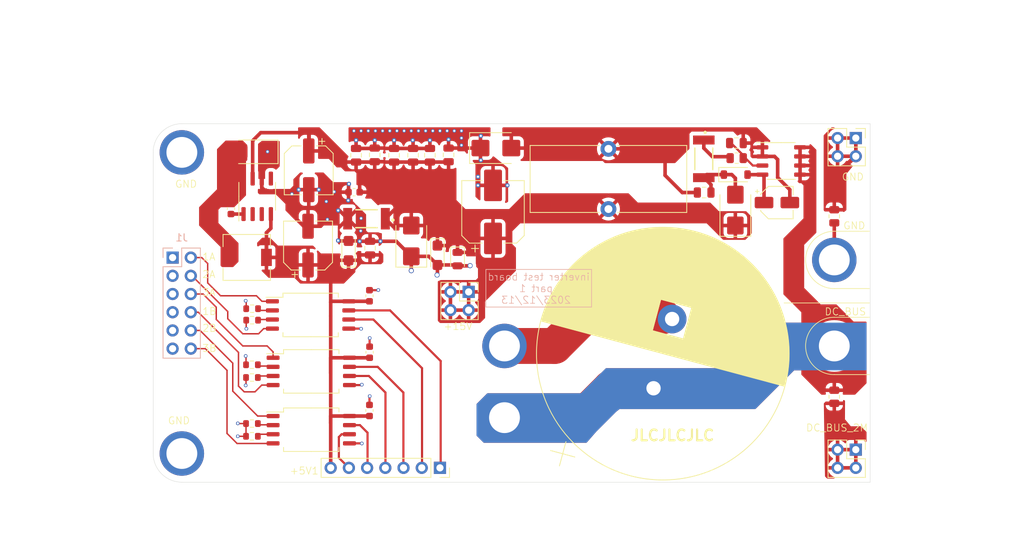
<source format=kicad_pcb>
(kicad_pcb (version 20221018) (generator pcbnew)
  (layers (0 "F.Cu" signal) (1 "In1.Cu" signal) (2 "In2.Cu" signal) (31 "B.Cu" signal) (34 "B.Paste" user) (35 "F.Paste" user) (36 "B.SilkS" user "B.Silkscreen") (37 "F.SilkS" user "F.Silkscreen") (38 "B.Mask" user) (39 "F.Mask" user) (44 "Edge.Cuts" user))
  (net 0 "")
  (net 1 "GND")
  (net 2 "+5V1")
  (net 3 "DC_BUS")
  (net 4 "/OPWM1A")
  (net 5 "/OPWM2A")
  (net 6 "/OPWM3A")
  (net 7 "/OPWM1B")
  (net 8 "/OPWM2B")
  (net 9 "/OPWM3B")
  (net 10 "Net-(D5-K)")
  (net 11 "Net-(D2-A)")
  (net 12 "Net-(D2-K)")
  (net 13 "Net-(U1-FB)")
  (net 14 "+15V1")
  (net 15 "Net-(D6-K)")
  (net 16 "Net-(U2-CB)")
  (net 17 "/PWM1A_5V")
  (net 18 "Net-(IC1-CATHODE_1)")
  (net 19 "Net-(IC1-CATHODE_2)")
  (net 20 "/PWM2A_5V")
  (net 21 "/PWM3A_5V")
  (net 22 "Net-(IC2-CATHODE_1)")
  (net 23 "Net-(IC2-CATHODE_2)")
  (net 24 "/PWM1B_5V")
  (net 25 "/PWM2B_5V")
  (net 26 "Net-(IC3-CATHODE_1)")
  (net 27 "Net-(IC3-CATHODE_2)")
  (net 28 "/PWM3B_5V")
  (net 29 "AGND")
  (net 30 "/DC_BUS_2M")
  (net 31 "/GND_2M")
  (net 32 "Net-(Z4-A)")
  (footprint "Diode_SMD:D_SOD-123" (layer "F.Cu") (at 113.25 73.1)
    (fp_text reference "D2" hide)
    (fp_text value "1N4148")
  )
  (footprint "inverter_lib:MELF_DO-213AB" (layer "F.Cu") (at 61.755 79.25 180)
    (fp_text reference "Z5" hide)
    (fp_text value "ZM4746A-GS08" hide)
  )
  (footprint "Resistor_SMD:R_0805_2012Metric" (layer "F.Cu") (at 127 78.9125 90)
    (fp_text reference "R11" hide)
    (fp_text value "2M")
  )
  (footprint "Capacitor_SMD:CP_Elec_6.3x7.7" (layer "F.Cu") (at 53.6 83 90)
    (fp_text reference "C37" hide)
    (fp_text value "330uf 16V 铝电解")
  )
  (footprint "Diode_SMD:D_SMA" (layer "F.Cu") (at 45.91 69.92 180)
    (fp_text reference "D6" hide)
    (fp_text value "1N5819 SS14")
  )
  (footprint "Capacitor_SMD:C_0805_2012Metric" (layer "F.Cu") (at 62.25 83.35 -90)
    (fp_text reference "C39" hide)
    (fp_text value "100nf")
  )
  (footprint "Package_SO:SOIC-8_3.9x4.9mm_P1.27mm" (layer "F.Cu") (at 46.51 76.13 90)
    (fp_text reference "U2" hide)
    (fp_text value "LM2675M-5.0")
  )
  (footprint "inverter_lib:M3_smt" (layer "F.Cu") (at 127 85)
    (fp_text reference "J7" hide)
    (fp_text value "Header 2")
  )
  (footprint "Resistor_SMD:R_0603_1608Metric" (layer "F.Cu") (at 45.8 93.4 180)
    (fp_text reference "R2" hide)
    (fp_text value "750R")
  )
  (footprint "Connector_PinSocket_2.54mm:PinSocket_2x02_P2.54mm_Vertical" (layer "F.Cu") (at 130 68)
    (fp_text reference "J4" hide)
    (fp_text value "Conn_01x02_Pin")
  )
  (footprint "Resistor_SMD:R_0603_1608Metric" (layer "F.Cu") (at 45.775 109.6 180)
    (fp_text reference "R9" hide)
    (fp_text value "750R")
  )
  (footprint "" (layer "F.Cu") (at 36 70)
    (fp_text reference "")
    (fp_text value "")
  )
  (footprint "Inductor_SMD:L_6.3x6.3_H3" (layer "F.Cu") (at 45.05 84.65)
    (fp_text reference "L2" hide)
    (fp_text value "330uh")
  )
  (footprint "Capacitor_SMD:C_0603_1608Metric" (layer "F.Cu") (at 62.169 89.996 -90)
    (fp_text reference "C1" hide)
    (fp_text value "100nf")
  )
  (footprint "Capacitor_SMD:C_0603_1608Metric" (layer "F.Cu") (at 60.025 75.55)
    (fp_text reference "C36" hide)
    (fp_text value "100nf")
  )
  (footprint "Inductor_THT:L_Toroid_Vertical_L21.6mm_W9.1mm_P8.40mm_Bourns_5700" (layer "F.Cu") (at 95.5 69.505)
    (fp_text reference "L1" hide)
    (fp_text value "1mH工字/3A")
  )
  (footprint "Resistor_SMD:R_0603_1608Metric" (layer "F.Cu") (at 45.775 99.622 180)
    (fp_text reference "R4" hide)
    (fp_text value "750R")
  )
  (footprint "Diode_SMD:D_SMB" (layer "F.Cu") (at 68 82.35 90)
    (fp_text reference "D4" hide)
    (fp_text value "MURS220T3")
  )
  (footprint "Connector_PinSocket_2.54mm:PinSocket_1x07_P2.54mm_Vertical" (layer "F.Cu") (at 72 114 -90)
    (fp_text reference "J2" hide)
    (fp_text value "board_1")
  )
  (footprint "Capacitor_SMD:C_0805_2012Metric" (layer "F.Cu") (at 68.25 70.4 -90)
    (fp_text reference "C29" hide)
    (fp_text value "4.7uf")
  )
  (footprint "Capacitor_Tantalum_SMD:CP_EIA-3216-18_Kemet-A" (layer "F.Cu") (at 59.25 83.7 90)
    (fp_text reference "C38" hide)
    (fp_text value "22uf 16V")
  )
  (footprint "inverter_lib:M3_smt" (layer "F.Cu") (at 127 97)
    (fp_text reference "J6" hide)
    (fp_text value "Header 2")
  )
  (footprint "Capacitor_SMD:C_0805_2012Metric" (layer "F.Cu") (at 62.9 70.35 -90)
    (fp_text reference "C31" hide)
    (fp_text value "100nf")
  )
  (footprint "inverter_lib:MELF_DO-213AB" (layer "F.Cu") (at 108.8 70.9 -90)
    (fp_text reference "Z4" hide)
    (fp_text value "13V -ZM4743" hide)
  )
  (footprint "Resistor_SMD:R_0805_2012Metric" (layer "F.Cu") (at 113.3875 70.8 180)
    (fp_text reference "R22" hide)
    (fp_text value "1k 1%")
  )
  (footprint "Diode_SMD:D_0805_2012Metric" (layer "F.Cu") (at 74.45 84.8875 -90)
    (fp_text reference "C33" hide)
    (fp_text value "100nf")
  )
  (footprint "" (layer "F.Cu") (at 81 97)
    (fp_text reference "")
    (fp_text value "")
  )
  (footprint "" (layer "F.Cu") (at 36 112)
    (fp_text reference "")
    (fp_text value "")
  )
  (footprint "Package_SO:SOP-8_3.9x4.9mm_P1.27mm" (layer "F.Cu") (at 119.6 71.2)
    (fp_text reference "U1" hide)
    (fp_text value "VIPER22A")
  )
  (footprint "Capacitor_SMD:C_0805_2012Metric" (layer "F.Cu") (at 60.3 70.4 -90)
    (fp_text reference "C32" hide)
    (fp_text value "100nf")
  )
  (footprint "Capacitor_SMD:C_0603_1608Metric" (layer "F.Cu") (at 42.85 77.825 -90)
    (fp_text reference "C34" hide)
    (fp_text value "0.01uF")
  )
  (footprint "Capacitor_SMD:C_0805_2012Metric" (layer "F.Cu") (at 113.35 68.7 180)
    (fp_text reference "C24" hide)
    (fp_text value "0.1uf")
  )
  (footprint "Resistor_SMD:R_0603_1608Metric" (layer "F.Cu") (at 45.775 101.4 180)
    (fp_text reference "R5" hide)
    (fp_text value "750R")
  )
  (footprint "Resistor_SMD:R_0805_2012Metric" (layer "F.Cu") (at 127 104.0875 -90)
    (fp_text reference "R10" hide)
    (fp_text value "2M")
  )
  (footprint "" (layer "F.Cu") (at 81 107)
    (fp_text reference "")
    (fp_text value "")
  )
  (footprint "Capacitor_Tantalum_SMD:CP_EIA-3216-18_Kemet-A" (layer "F.Cu") (at 71.65 84.35 -90)
    (fp_text reference "C28" hide)
    (fp_text value "22uf 16V")
  )
  (footprint "Capacitor_SMD:C_0805_2012Metric" (layer "F.Cu") (at 65.6 70.4 -90)
    (fp_text reference "C30" hide)
    (fp_text value "4.7uf")
  )
  (footprint "Resistor_SMD:R_0603_1608Metric" (layer "F.Cu") (at 45.8 91.8 180)
    (fp_text reference "R1" hide)
    (fp_text value "750R")
  )
  (footprint "Resistor_SMD:R_0603_1608Metric" (layer "F.Cu") (at 45.775 107.822 180)
    (fp_text reference "R8" hide)
    (fp_text value "750R")
  )
  (footprint "Capacitor_THT:CP_Radial_D35.0mm_P10.00mm_SnapIn" (layer "F.Cu") (at 101.79 102.9 75)
    (fp_text reference "C4" hide)
    (fp_text value "390uF/450V")
  )
  (footprint "Package_SO:SOIC-8_7.5x5.85mm_P1.27mm" (layer "F.Cu") (at 54.05 100.55)
    (fp_text reference "IC2" hide)
    (fp_text value "TLP2270_D4-LF4,E")
  )
  (footprint "Connector_PinSocket_2.54mm:PinSocket_2x02_P2.54mm_Vertical" (layer "F.Cu") (at 130 111.46)
    (fp_text reference "J5" hide)
    (fp_text value "Conn_01x02_Pin")
  )
  (footprint "Capacitor_SMD:CP_Elec_6.3x7.7" (layer "F.Cu") (at 53.7 72.5 -90)
    (fp_text reference "C35" hide)
    (fp_text value "100uf 25V 贴片铝电解")
  )
  (footprint "Diode_SMD:D_SMB" (layer "F.Cu") (at 79.8 69.4)
    (fp_text reference "D5" hide)
    (fp_text value "MURS220T3")
  )
  (footprint "Package_SO:SOIC-8_7.5x5.85mm_P1.27mm" (layer "F.Cu") (at 53.96 92.676)
    (fp_text reference "IC1" hide)
    (fp_text value "TLP2270_D4-LF4,E")
  )
  (footprint "Capacitor_SMD:C_0805_2012Metric" (layer "F.Cu") (at 73.2 70.35 -90)
    (fp_text reference "C25" hide)
    (fp_text value "0.1uf")
  )
  (footprint "Package_SO:SOIC-8_7.5x5.85mm_P1.27mm" (layer "F.Cu") (at 54.05 108.678)
    (fp_text reference "IC3" hide)
    (fp_text value "TLP2270_D4-LF4,E")
  )
  (footprint "Connector_PinSocket_2.54mm:PinSocket_2x02_P2.54mm_Vertical" (layer "F.Cu") (at 76 89.46)
    (fp_text reference "J12" hide)
    (fp_text value "Conn_02x02_Odd_Even")
  )
  (footprint "Capacitor_SMD:C_0603_1608Metric" (layer "F.Cu") (at 62.187 97.87 -90)
    (fp_text reference "C2" hide)
    (fp_text value "100nf")
  )
  (footprint "Capacitor_SMD:C_0805_2012Metric" (layer "F.Cu") (at 108.85 75.6)
    (fp_text reference "C22" hide)
    (fp_text value "0.1uf")
  )
  (footprint "Capacitor_SMD:CP_Elec_4x5.4" (layer "F.Cu") (at 119 77)
    (fp_text reference "C23" hide)
    (fp_text value "10uF/35V")
  )
  (footprint "Capacitor_SMD:CP_Elec_8x10.5" (layer "F.Cu") (at 79.4 78.3 90)
    (fp_text reference "C26" hide)
    (fp_text value "470uF/25V")
  )
  (footprint "Diode_SMD:D_SMB" (layer "F.Cu") (at 113.2 78.05 90)
    (fp_text reference "D3" hide)
    (fp_text value "MURS220T3")
  )
  (footprint "Capacitor_SMD:C_0603_1608Metric" (layer "F.Cu") (at 62.169 105.998 -90)
    (fp_text reference "C3" hide)
    (fp_text value "100nf")
  )
  (footprint "Capacitor_SMD:C_0805_2012Metric" (layer "F.Cu") (at 70.6 70.4 90)
    (fp_text reference "C27" hide)
    (fp_text value "100nf")
  )
  (footprint "Connector_PinSocket_2.54mm:PinSocket_2x06_P2.54mm_Vertical" (layer "B.Cu") (at 34.71 84.675 180)
    (fp_text reference "J1")
    (fp_text value "Conn_02x06_Top_Bottom")
  )
  (gr_rect (start 78.400002 86.325) (end 93.150002 91.575) (stroke (width 0.1)) (fill none) (layer "B.SilkS"))
  (gr_arc (start 127 89) (mid 123 85) (end 127 81) (stroke (width 0.1)) (layer "F.SilkS"))
  (gr_line (start 127 93) (end 131.9 93) (stroke (width 0.1)) (layer "F.SilkS"))
  (gr_line (start 127 101) (end 131.9 101) (stroke (width 0.1)) (layer "F.SilkS"))
  (gr_line (start 127 89) (end 131.9 89) (stroke (width 0.1)) (layer "F.SilkS"))
  (gr_line (start 131.9 91) (end 120 91) (stroke (width 0.1)) (layer "F.SilkS"))
  (gr_arc (start 127 101) (mid 123 97) (end 127 93) (stroke (width 0.1)) (layer "F.SilkS"))
  (gr_line (start 127 81) (end 131.9 81) (stroke (width 0.1)) (layer "F.SilkS"))
  (gr_arc (start 36 116) (mid 33.171573 114.828427) (end 32 112) (stroke (width 0.05)) (layer "Edge.Cuts"))
  (gr_line (start 132 116) (end 132 66) (stroke (width 0.05)) (layer "Edge.Cuts"))
  (gr_line (start 32 112) (end 32 70) (stroke (width 0.05)) (layer "Edge.Cuts"))
  (gr_arc (start 32 70) (mid 33.171573 67.171573) (end 36 66) (stroke (width 0.05)) (layer "Edge.Cuts"))
  (gr_line (start 36 116) (end 132 116) (stroke (width 0.05)) (layer "Edge.Cuts"))
  (gr_line (start 132 66) (end 36 66) (stroke (width 0.05)) (layer "Edge.Cuts"))
  (gr_text "inverter test board \npart 1\n2023/12/13" (at 85.400002 91.175) (layer "B.SilkS") (effects (font (size 1 1) (thickness 0.1)) (justify bottom mirror)))
  (gr_text "2B\n" (at 38.8 95.1) (layer "F.SilkS") (effects (font (size 1 1) (thickness 0.1)) (justify left bottom)))
  (gr_text "GND" (at 34 108) (layer "F.SilkS") (effects (font (size 1 1) (thickness 0.1)) (justify left bottom)))
  (gr_text "1A" (at 38.8 85.15) (layer "F.SilkS") (effects (font (size 1 1) (thickness 0.1)) (justify left bottom)))
  (gr_text "JLCJLCJLC" (at 98.45 110.35) (layer "F.SilkS") (effects (font (size 1.5 1.5) (thickness 0.3) bold) (justify left bottom)))
  (gr_text "1B\n" (at 38.8 92.75) (layer "F.SilkS") (effects (font (size 1 1) (thickness 0.1)) (justify left bottom)))
  (gr_text "DC_BUS\n" (at 125.6 92.8) (layer "F.SilkS") (effects (font (size 1 1) (thickness 0.1)) (justify left bottom)))
  (gr_text "GND" (at 128 74) (layer "F.SilkS") (effects (font (size 1 1) (thickness 0.1)) (justify left bottom)))
  (gr_text "GND" (at 35 75) (layer "F.SilkS") (effects (font (size 1 1) (thickness 0.1)) (justify left bottom)))
  (gr_text "3A" (at 38.8 90.1) (layer "F.SilkS") (effects (font (size 1 1) (thickness 0.1)) (justify left bottom)))
  (gr_text "GND" (at 128.2 80.8) (layer "F.SilkS") (effects (font (size 1 1) (thickness 0.1)) (justify left bottom)))
  (gr_text "+5V1\n" (at 51 115) (layer "F.SilkS") (effects (font (size 1 1) (thickness 0.1)) (justify left bottom)))
  (gr_text "+15V" (at 72.45 94.85) (layer "F.SilkS") (effects (font (size 1 1) (thickness 0.1)) (justify left bottom)))
  (gr_text "DC_BUS_2M" (at 123 109) (layer "F.SilkS") (effects (font (size 1 1) (thickness 0.1)) (justify left bottom)))
  (gr_text "2A" (at 38.8 87.6) (layer "F.SilkS") (effects (font (size 1 1) (thickness 0.1)) (justify left bottom)))
  (gr_text "3B" (at 38.8 97.9) (layer "F.SilkS") (effects (font (size 1 1) (thickness 0.1)) (justify left bottom)))
  (segment (start 61.045 102.455) (end 61.1 102.4) (width 0.3) (layer "F.Cu") (net 1))
  (segment (start 59.285 94.581) (end 60.981 94.581) (width 0.3) (layer "F.Cu") (net 1))
  (segment (start 51.4 75.85) (end 51.35 75.8) (width 0.5) (layer "F.Cu") (net 1))
  (segment (start 53.6 80.3) (end 53 80.3) (width 0.5) (layer "F.Cu") (net 1))
  (segment (start 62.187 97.095) (end 62.187 95.913) (width 0.3) (layer "F.Cu") (net 1))
  (segment (start 76.175 85.825) (end 76.2 85.8) (width 0.5) (layer "F.Cu") (net 1))
  (segment (start 62.169 104.031) (end 62.2 104) (width 0.3) (layer "F.Cu") (net 1))
  (segment (start 63.379 89.221) (end 63.4 89.2) (width 0.3) (layer "F.Cu") (net 1))
  (segment (start 71.65 85.7) (end 71.65 87.05) (width 0.5) (layer "F.Cu") (net 1))
  (segment (start 51.4 78.7) (end 51.4 75.85) (width 0.5) (layer "F.Cu") (net 1))
  (segment (start 59.375 102.455) (end 61.045 102.455) (width 0.3) (layer "F.Cu") (net 1))
  (segment (start 60.3 69.45) (end 62.85 69.45) (width 0.5) (layer "F.Cu") (net 1))
  (segment (start 62.169 89.221) (end 63.379 89.221) (width 0.3) (layer "F.Cu") (net 1))
  (segment (start 68 84.5) (end 70.45 84.5) (width 0.5) (layer "F.Cu") (net 1))
  (segment (start 74.45 85.825) (end 76.175 85.825) (width 0.5) (layer "F.Cu") (net 1))
  (segment (start 63.7 82.4) (end 65.9 82.4) (width 0.5) (layer "F.Cu") (net 1))
  (segment (start 59.375 110.583) (end 61.083 110.583) (width 0.3) (layer "F.Cu") (net 1))
  (segment (start 61.083 110.583) (end 61.1 110.6) (width 0.3) (layer "F.Cu") (net 1))
  (segment (start 65.9 82.4) (end 68 84.5) (width 0.5) (layer "F.Cu") (net 1))
  (segment (start 55.35 80.3) (end 56.3 79.35) (width 0.5) (layer "F.Cu") (net 1))
  (segment (start 53 80.3) (end 51.4 78.7) (width 0.5) (layer "F.Cu") (net 1))
  (segment (start 71.65 85.7) (end 74.325 85.7) (width 0.5) (layer "F.Cu") (net 1))
  (segment (start 71.65 87.05) (end 71.6 87.1) (width 0.5) (layer "F.Cu") (net 1))
  (segment (start 127 79.825) (end 127 85) (width 0.5) (layer "F.Cu") (net 1))
  (segment (start 51.04 75.49) (end 51.35 75.8) (width 0.5) (layer "F.Cu") (net 1))
  (segment (start 62.187 95.913) (end 62.2 95.9) (width 0.3) (layer "F.Cu") (net 1))
  (segment (start 70.45 84.5) (end 71.65 85.7) (width 0.5) (layer "F.Cu") (net 1))
  (segment (start 68 84.5) (end 68 86.5) (width 0.5) (layer "F.Cu") (net 1))
  (segment (start 47.145 73.655) (end 47.145 74.895) (width 0.5) (layer "F.Cu") (net 1))
  (segment (start 92.119501 92.880499) (end 103 92.880499) (width 5) (layer "F.Cu") (net 1))
  (segment (start 62.25 82.4) (end 63.7 82.4) (width 0.5) (layer "F.Cu") (net 1))
  (segment (start 74.325 85.7) (end 74.45 85.825) (width 0.5) (layer "F.Cu") (net 1))
  (segment (start 60.981 94.581) (end 61 94.6) (width 0.3) (layer "F.Cu") (net 1))
  (segment (start 62.169 105.223) (end 62.169 104.031) (width 0.3) (layer "F.Cu") (net 1))
  (segment (start 88 97) (end 92.119501 92.880499) (width 5) (layer "F.Cu") (net 1))
  (segment (start 47.145 74.895) (end 47.74 75.49) (width 0.5) (layer "F.Cu") (net 1))
  (segment (start 65.6 69.45) (end 68.25 69.45) (width 0.5) (layer "F.Cu") (net 1))
  (segment (start 81 97) (end 88 97) (width 5) (layer "F.Cu") (net 1))
  (segment (start 47.74 75.49) (end 51.04 75.49) (width 0.5) (layer "F.Cu") (net 1))
  (segment (start 62.85 69.45) (end 62.9 69.4) (width 0.5) (layer "F.Cu") (net 1))
  (segment (start 53.6 80.3) (end 55.35 80.3) (width 0.5) (layer "F.Cu") (net 1))
  (via (at 75 68) (size 0.5) (drill 0.3) (layers "F.Cu" "B.Cu") (net 1))
  (via (at 64 67) (size 0.5) (drill 0.3) (layers "F.Cu" "B.Cu") (net 1))
  (via (at 59.3 74.4) (size 0.6) (drill 0.3) (layers "F.Cu" "B.Cu") (net 1))
  (via (at 60.8 82.4) (size 0.6) (drill 0.3) (layers "F.Cu" "B.Cu") (net 1))
  (via (at 76.2 85.8) (size 0.7) (drill 0.5) (layers "F.Cu" "B.Cu") (net 1))
  (via (at 59.2 76.7) (size 0.6) (drill 0.3) (layers "F.Cu" "B.Cu") (net 1))
  (via (at 63 67) (size 0.5) (drill 0.3) (layers "F.Cu" "B.Cu") (net 1))
  (via (at 75 69) (size 0.5) (drill 0.3) (layers "F.Cu" "B.Cu") (net 1))
  (via (at 62.2 95.9) (size 0.5) (drill 0.3) (layers "F.Cu" "B.Cu") (net 1))
  (via (at 67 67) (size 0.5) (drill 0.3) (layers "F.Cu" "B.Cu") (net 1))
  (via (at 71.6 87.1) (size 0.7) (drill 0.5) (layers "F.Cu" "B.Cu") (net 1))
  (via (at 65 67) (size 0.5) (drill 0.3) (layers "F.Cu" "B.Cu") (net 1))
  (via (at 73.2 68.2) (size 0.6) (drill 0.3) (layers "F.Cu" "B.Cu") (net 1))
  (via (at 68 67) (size 0.5) (drill 0.3) (layers "F.Cu" "B.Cu") (net 1))
  (via (at 61.1 110.6) (size 0.5) (drill 0.3) (layers "F.Cu" "B.Cu") (net 1))
  (via (at 66 67) (size 0.5) (drill 0.3) (layers "F.Cu" "B.Cu") (net 1))
  (via (at 51.35 75.8) (size 0.5) (drill 0.3) (layers "F.Cu" "B.Cu") (net 1))
  (via (at 74 67) (size 0.5) (drill 0.3) (layers "F.Cu" "B.Cu") (net 1))
  (via (at 61 79.2) (size 0.5) (drill 0.3) (layers "F.Cu" "B.Cu") (net 1))
  (via (at 68.2 68.3) (size 0.6) (drill 0.3) (layers "F.Cu" "B.Cu") (net 1))
  (via (at 55.1 75.2) (size 0.6) (drill 0.3) (layers "F.Cu" "B.Cu") (net 1))
  (via (at 62 67) (size 0.5) (drill 0.3) (layers "F.Cu" "B.Cu") (net 1))
  (via (at 65.6 68.3) (size 0.6) (drill 0.3) (layers "F.Cu" "B.Cu") (net 1))
  (via (at 77.3 73.4) (size 0.6) (drill 0.3) (layers "F.Cu" "B.Cu") (net 1))
  (via (at 75 67) (size 0.5) (drill 0.3) (layers "F.Cu" "B.Cu") (net 1))
  (via (at 52.3 75.2) (size 0.6) (drill 0.3) (layers "F.Cu" "B.Cu") (net 1))
  (via (at 60 67) (size 0.5) (drill 0.3) (layers "F.Cu" "B.Cu") (net 1))
  (via (at 61.1 102.4) (size 0.5) (drill 0.3) (layers "F.Cu" "B.Cu") (net 1))
  (via (at 63.4 89.2) (size 0.5) (drill 0.3) (layers "F.Cu" "B.Cu") (net 1))
  (via (at 77.7 71.1) (size 0.6) (drill 0.3) (layers "F.Cu" "B.Cu") (net 1))
  (via (at 61 94.6) (size 0.5) (drill 0.3) (layers "F.Cu" "B.Cu") (net 1))
  (via (at 70.6 68.3) (size 0.6) (drill 0.3) (layers "F.Cu" "B.Cu") (net 1))
  (via (at 62.2 104) (size 0.5) (drill 0.3) (layers "F.Cu" "B.Cu") (net 1))
  (via (at 71 67) (size 0.5) (drill 0.3) (layers "F.Cu" "B.Cu") (net 1))
  (via (at 73 67) (size 0.5) (drill 0.3) (layers "F.Cu" "B.Cu") (net 1))
  (via (at 62.9 68.3) (size 0.6) (drill 0.3) (layers "F.Cu" "B.Cu") (net 1))
  (via (at 72 67) (size 0.5) (drill 0.3) (layers "F.Cu" "B.Cu") (net 1))
  (via (at 68 86.5) (size 0.7) (drill 0.5) (layers "F.Cu" "B.Cu") (net 1))
  (via (at 81.4 74.6) (size 0.6) (drill 0.3) (layers "F.Cu" "B.Cu") (net 1))
  (via (at 56.3 79.35) (size 0.5) (drill 0.3) (layers "F.Cu" "B.Cu") (net 1))
  (via (at 57.8 82.3) (size 0.6) (drill 0.3) (layers "F.Cu" "B.Cu") (net 1))
  (via (at 57.8 78.1) (size 0.6) (drill 0.3) (layers "F.Cu" "B.Cu") (net 1))
  (via (at 77.7 67.7) (size 0.6) (drill 0.3) (layers "F.Cu" "B.Cu") (net 1))
  (via (at 60.3 68.3) (size 0.6) (drill 0.3) (layers "F.Cu" "B.Cu") (net 1))
  (via (at 77.3 74.6) (size 0.6) (drill 0.3) (layers "F.Cu" "B.Cu") (net 1))
  (via (at 69 67) (size 0.5) (drill 0.3) (layers "F.Cu" "B.Cu") (net 1))
  (via (at 70 67) (size 0.5) (drill 0.3) (layers "F.Cu" "B.Cu") (net 1))
  (via (at 60.95 80.95) (size 0.5) (drill 0.3) (layers "F.Cu" "B.Cu") (net 1))
  (via (at 56.15 76.85) (size 0.5) (drill 0.3) (layers "F.Cu" "B.Cu") (net 1))
  (via (at 57.25 75.5) (size 0.5) (drill 0.3) (layers "F.Cu" "B.Cu") (net 1))
  (via (at 63.7 82.4) (size 0.6) (drill 0.3) (layers "F.Cu" "B.Cu") (net 1))
  (via (at 61 67) (size 0.5) (drill 0.3) (layers "F.Cu" "B.Cu") (net 1))
  (via (at 47.95 69.9) (size 0.5) (drill 0.3) (layers "F.Cu" "B.Cu") (net 1))
  (segment (start 62.169 90.771) (end 59.285 90.771) (width 0.5) (layer "F.Cu") (net 2))
  (segment (start 59.375 98.645) (end 56.76 98.645) (width 0.5) (layer "F.Cu") (net 2))
  (segment (start 56.76 107.74) (end 56.76 106.773) (width 0.5) (layer "F.Cu") (net 2))
  (segment (start 48.415 80.585) (end 48.415 78.605) (width 0.5) (layer "F.Cu") (net 2))
  (segment (start 56.889 90.771) (end 56.76 90.9) (width 0.5) (layer "F.Cu") (net 2))
  (segment (start 56.76 90.9) (end 56.76 87.64) (width 0.5) (layer "F.Cu") (net 2))
  (segment (start 59.285 90.771) (end 56.889 90.771) (width 0.5) (layer "F.Cu") (net 2))
  (segment (start 62.187 98.645) (end 59.375 98.645) (width 0.5) (layer "F.Cu") (net 2))
  (segment (start 56.76 106.773) (end 59.375 106.773) (width 0.5) (layer "F.Cu") (net 2))
  (segment (start 56.76 98.645) (end 56.76 100.781472) (width 0.5) (layer "F.Cu") (net 2))
  (segment (start 56.76 87.64) (end 56.8 87.6) (width 0.5) (layer "F.Cu") (net 2))
  (segment (start 47.8 81.2) (end 48.415 80.585) (width 0.5) (layer "F.Cu") (net 2))
  (segment (start 62.169 106.773) (end 59.375 106.773) (width 0.5) (layer "F.Cu") (net 2))
  (segment (start 56.76 92.817472) (end 56.76 100.781472) (width 0.5) (layer "F.Cu") (net 2))
  (segment (start 56.76 114) (end 56.76 107.74) (width 0.5) (layer "F.Cu") (net 2))
  (segment (start 47.8 84.65) (end 47.8 81.2) (width 0.5) (layer "F.Cu") (net 2))
  (segment (start 56.76 100.781472) (end 56.76 107.74) (width 0.5) (layer "F.Cu") (net 2))
  (segment (start 56.76 92.817472) (end 56.76 90.9) (width 0.5) (layer "F.Cu") (net 2))
  (segment (start 91.7 107) (end 81 107) (width 5) (layer "F.Cu") (net 3))
  (segment (start 114.619501 102.880499) (end 103 102.880499) (width 5) (layer "F.Cu") (net 3))
  (segment (start 103 102.880499) (end 95.819501 102.880499) (width 5) (layer "F.Cu") (net 3))
  (segment (start 120.5 97) (end 114.619501 102.880499) (width 5) (layer "F.Cu") (net 3))
  (segment (start 127 97) (end 120.5 97) (width 5) (layer "F.Cu") (net 3))
  (segment (start 95.819501 102.880499) (end 91.7 107) (width 5) (layer "F.Cu") (net 3))
  (segment (start 59.285 92.041) (end 65.041 92.041) (width 0.3) (layer "F.Cu") (net 4))
  (segment (start 72.1 113.9) (end 72 114) (width 0.3) (layer "F.Cu") (net 4))
  (segment (start 72.1 99.1) (end 72.1 113.9) (width 0.3) (layer "F.Cu") (net 4))
  (segment (start 65.041 92.041) (end 72.1 99.1) (width 0.3) (layer "F.Cu") (net 4))
  (segment (start 59.285 93.311) (end 62.711 93.311) (width 0.3) (layer "F.Cu") (net 5))
  (segment (start 62.711 93.311) (end 69.5 100.1) (width 0.3) (layer "F.Cu") (net 5))
  (segment (start 69.5 113.96) (end 69.46 114) (width 0.3) (layer "F.Cu") (net 5))
  (segment (start 69.5 100.1) (end 69.5 113.96) (width 0.3) (layer "F.Cu") (net 5))
  (segment (start 63.315 99.915) (end 66.9 103.5) (width 0.3) (layer "F.Cu") (net 6))
  (segment (start 59.375 99.915) (end 63.315 99.915) (width 0.3) (layer "F.Cu") (net 6))
  (segment (start 66.9 113.98) (end 66.92 114) (width 0.3) (layer "F.Cu") (net 6))
  (segment (start 66.9 103.5) (end 66.9 113.98) (width 0.3) (layer "F.Cu") (net 6))
  (segment (start 64.4 113.98) (end 64.38 114) (width 0.3) (layer "F.Cu") (net 7))
  (segment (start 59.375 101.185) (end 62.085 101.185) (width 0.3) (layer "F.Cu") (net 7))
  (segment (start 64.4 103.5) (end 64.4 113.98) (width 0.3) (layer "F.Cu") (net 7))
  (segment (start 62.085 101.185) (end 64.4 103.5) (width 0.3) (layer "F.Cu") (net 7))
  (segment (start 60.843 108.043) (end 61.9 109.1) (width 0.3) (layer "F.Cu") (net 8))
  (segment (start 61.9 109.1) (end 61.9 113.94) (width 0.3) (layer "F.Cu") (net 8))
  (segment (start 59.375 108.043) (end 60.843 108.043) (width 0.3) (layer "F.Cu") (net 8))
  (segment (start 61.9 113.94) (end 61.84 114) (width 0.3) (layer "F.Cu") (net 8))
  (segment (start 58.287 109.313) (end 57.9 109.7) (width 0.3) (layer "F.Cu") (net 9))
  (segment (start 59.375 109.313) (end 58.287 109.313) (width 0.3) (layer "F.Cu") (net 9))
  (segment (start 57.9 109.7) (end 57.9 112.6) (width 0.3) (layer "F.Cu") (net 9))
  (segment (start 57.9 112.6) (end 59.3 114) (width 0.3) (layer "F.Cu") (net 9))
  (segment (start 103.4 73.2) (end 105.8 75.6) (width 0.5) (layer "F.Cu") (net 10))
  (segment (start 116.975 70.565) (end 118.665 70.565) (width 0.5) (layer "F.Cu") (net 10))
  (segment (start 102.105 69.505) (end 103.4 70.8) (width 0.5) (layer "F.Cu") (net 10))
  (segment (start 120.8 75.2) (end 120.8 77) (width 0.5) (layer "F.Cu") (net 10))
  (segment (start 103.4 70.8) (end 103.4 73.2) (width 0.5) (layer "F.Cu") (net 10))
  (segment (start 118.665 70.565) (end 119.1 71) (width 0.5) (layer "F.Cu") (net 10))
  (segment (start 119.1 71) (end 119.1 73.5) (width 0.5) (layer "F.Cu") (net 10))
  (segment (start 95.5 69.505) (end 102.105 69.505) (width 0.5) (layer "F.Cu") (net 10))
  (segment (start 105.8 75.6) (end 107.9 75.6) (width 0.5) (layer "F.Cu") (net 10))
  (segment (start 119.1 73.5) (end 120.8 75.2) (width 0.5) (layer "F.Cu") (net 10))
  (segment (start 112.7 73.1) (end 111.6 73.1) (width 0.5) (layer "F.Cu") (net 11))
  (segment (start 109.225 73.1) (end 108.8 73.525) (width 0.5) (layer "F.Cu") (net 11))
  (segment (start 113.2 73.6) (end 112.7 73.1) (width 0.5) (layer "F.Cu") (net 11))
  (segment (start 108.825 73.525) (end 109.8 74.5) (width 0.5) (layer "F.Cu") (net 11))
  (segment (start 113.2 75.9) (end 113.2 73.6) (width 0.5) (layer "F.Cu") (net 11))
  (segment (start 109.8 74.5) (end 109.8 75.6) (width 0.5) (layer "F.Cu") (net 11))
  (segment (start 111.6 73.1) (end 109.225 73.1) (width 0.5) (layer "F.Cu") (net 11))
  (segment (start 117.2 73.33) (end 116.975 73.105) (width 0.5) (layer "F.Cu") (net 12))
  (segment (start 116.975 73.105) (end 114.905 73.105) (width 0.5) (layer "F.Cu") (net 12))
  (segment (start 114.905 73.105) (end 114.9 73.1) (width 0.5) (layer "F.Cu") (net 12))
  (segment (start 117.2 77) (end 117.2 73.33) (width 0.5) (layer "F.Cu") (net 12))
  (segment (start 114.3 70.4) (end 114.3 70.8) (width 0.3) (layer "F.Cu") (net 13))
  (segment (start 112.4 68.7) (end 112.6 68.7) (width 0.3) (layer "F.Cu") (net 13))
  (segment (start 112.6 68.7) (end 114.3 70.4) (width 0.3) (layer "F.Cu") (net 13))
  (segment (start 114.6 70.8) (end 115.635 71.835) (width 0.3) (layer "F.Cu") (net 13))
  (segment (start 114.3 70.8) (end 114.6 70.8) (width 0.3) (layer "F.Cu") (net 13))
  (segment (start 115.635 71.835) (end 116.975 71.835) (width 0.3) (layer "F.Cu") (net 13))
  (segment (start 47 67.25) (end 53.75 67.25) (width 0.5) (layer "F.Cu") (net 14))
  (segment (start 45.875 73.655) (end 45.875 68.375) (width 0.5) (layer "F.Cu") (net 14))
  (segment (start 68.25 71.35) (end 65.6 71.35) (width 0.5) (layer "F.Cu") (net 14))
  (segment (start 70.6 71.35) (end 73.15 71.35) (width 0.5) (layer "F.Cu") (net 14))
  (segment (start 45.875 68.375) (end 47 67.25) (width 0.5) (layer "F.Cu") (net 14))
  (segment (start 60.3 71.35) (end 62.85 71.35) (width 0.5) (layer "F.Cu") (net 14))
  (segment (start 62.85 71.35) (end 62.9 71.3) (width 0.5) (layer "F.Cu") (net 14))
  (segment (start 73.15 71.35) (end 73.2 71.3) (width 0.5) (layer "F.Cu") (net 14))
  (segment (start 53.75 67.25) (end 53.75 69.3) (width 0.5) (layer "F.Cu") (net 14))
  (segment (start 40.05 77.75) (end 40.85 76.95) (width 0.5) (layer "F.Cu") (net 15))
  (segment (start 44.605 75.295) (end 42.85 77.05) (width 0.5) (layer "F.Cu") (net 15))
  (segment (start 44.605 73.655) (end 44.605 75.295) (width 0.5) (layer "F.Cu") (net 15))
  (segment (start 42.3 84.65) (end 42.3 81.8) (width 0.5) (layer "F.Cu") (net 15))
  (segment (start 44.605 70.615) (end 43.91 69.92) (width 0.5) (layer "F.Cu") (net 15))
  (segment (start 44.605 73.655) (end 44.605 70.615) (width 0.5) (layer "F.Cu") (net 15))
  (segment (start 40.85 76.95) (end 42.75 76.95) (width 0.5) (layer "F.Cu") (net 15))
  (segment (start 42.75 76.95) (end 42.85 77.05) (width 0.5) (layer "F.Cu") (net 15))
  (segment (start 42.3 81.8) (end 40.05 79.55) (width 0.5) (layer "F.Cu") (net 15))
  (segment (start 40.05 79.55) (end 40.05 77.75) (width 0.5) (layer "F.Cu") (net 15))
  (segment (start 44.6 78.6) (end 44.605 78.605) (width 0.5) (layer "F.Cu") (net 16))
  (segment (start 42.85 78.6) (end 44.6 78.6) (width 0.5) (layer "F.Cu") (net 16))
  (segment (start 39.6 85.5) (end 39.6 88.2) (width 0.2) (layer "F.Cu") (net 17))
  (segment (start 39.6 88.2) (end 41.4 90) (width 0.2) (layer "F.Cu") (net 17))
  (segment (start 47.171 90.771) (end 48.635 90.771) (width 0.2) (layer "F.Cu") (net 17))
  (segment (start 37.25 84.675) (end 38.775 84.675) (width 0.2) (layer "F.Cu") (net 17))
  (segment (start 38.775 84.675) (end 39.6 85.5) (width 0.2) (layer "F.Cu") (net 17))
  (segment (start 41.4 90) (end 46.4 90) (width 0.2) (layer "F.Cu") (net 17))
  (segment (start 46.4 90) (end 47.171 90.771) (width 0.2) (layer "F.Cu") (net 17))
  (segment (start 46.866 92.041) (end 48.635 92.041) (width 0.2) (layer "F.Cu") (net 18))
  (segment (start 46.625 91.8) (end 46.866 92.041) (width 0.2) (layer "F.Cu") (net 18))
  (segment (start 46.714 93.311) (end 48.635 93.311) (width 0.2) (layer "F.Cu") (net 19))
  (segment (start 46.625 93.4) (end 46.714 93.311) (width 0.2) (layer "F.Cu") (net 19))
  (segment (start 47.419 94.581) (end 48.635 94.581) (width 0.2) (layer "F.Cu") (net 20))
  (segment (start 37.25 87.215) (end 37.415 87.215) (width 0.2) (layer "F.Cu") (net 20))
  (segment (start 42.4 92.2) (end 42.4 93.2) (width 0.2) (layer "F.Cu") (net 20))
  (segment (start 44.5 95.3) (end 46.7 95.3) (width 0.2) (layer "F.Cu") (net 20))
  (segment (start 37.415 87.215) (end 42.4 92.2) (width 0.2) (layer "F.Cu") (net 20))
  (segment (start 42.4 93.2) (end 44.5 95.3) (width 0.2) (layer "F.Cu") (net 20))
  (segment (start 46.7 95.3) (end 47.419 94.581) (width 0.2) (layer "F.Cu") (net 20))
  (segment (start 37.25 89.755) (end 38.955 89.755) (width 0.2) (layer "F.Cu") (net 21))
  (segment (start 40.8 93.3) (end 44.5 97) (width 0.2) (layer "F.Cu") (net 21))
  (segment (start 48.725 97.825) (end 48.725 98.645) (width 0.2) (layer "F.Cu") (net 21))
  (segment (start 44.5 97) (end 47.9 97) (width 0.2) (layer "F.Cu") (net 21))
  (segment (start 38.955 89.755) (end 40.8 91.6) (width 0.2) (layer "F.Cu") (net 21))
  (segment (start 47.9 97) (end 48.725 97.825) (width 0.2) (layer "F.Cu") (net 21))
  (segment (start 40.8 91.6) (end 40.8 93.3) (width 0.2) (layer "F.Cu") (net 21))
  (segment (start 48.61 99.8) (end 48.725 99.915) (width 0.2) (layer "F.Cu") (net 22))
  (segment (start 46.6 99.622) (end 46.778 99.8) (width 0.2) (layer "F.Cu") (net 22))
  (segment (start 46.778 99.8) (end 48.61 99.8) (width 0.2) (layer "F.Cu") (net 22))
  (segment (start 46.815 101.185) (end 46.6 101.4) (width 0.2) (layer "F.Cu") (net 23))
  (segment (start 48.725 101.185) (end 46.815 101.185) (width 0.2) (layer "F.Cu") (net 23))
  (segment (start 43.9 97.9) (end 43.9 102.6) (width 0.2) (layer "F.Cu") (net 24))
  (segment (start 38.295 92.295) (end 43.9 97.9) (width 0.2) (layer "F.Cu") (net 24))
  (segment (start 47.145 102.455) (end 48.725 102.455) (width 0.2) (layer "F.Cu") (net 24))
  (segment (start 43.9 102.6) (end 44.7 103.4) (width 0.2) (layer "F.Cu") (net 24))
  (segment (start 46.2 103.4) (end 47.145 102.455) (width 0.2) (layer "F.Cu") (net 24))
  (segment (start 44.7 103.4) (end 46.2 103.4) (width 0.2) (layer "F.Cu") (net 24))
  (segment (start 37.25 92.295) (end 38.295 92.295) (width 0.2) (layer "F.Cu") (net 24))
  (segment (start 38.535 94.835) (end 43.1 99.4) (width 0.2) (layer "F.Cu") (net 25))
  (segment (start 46.573 106.773) (end 48.725 106.773) (width 0.2) (layer "F.Cu") (net 25))
  (segment (start 43.1 103.3) (end 46.573 106.773) (width 0.2) (layer "F.Cu") (net 25))
  (segment (start 43.1 99.4) (end 43.1 103.3) (width 0.2) (layer "F.Cu") (net 25))
  (segment (start 37.25 94.835) (end 38.535 94.835) (width 0.2) (layer "F.Cu") (net 25))
  (segment (start 46.778 108) (end 48.682 108) (width 0.2) (layer "F.Cu") (net 26))
  (segment (start 48.682 108) (end 48.725 108.043) (width 0.2) (layer "F.Cu") (net 26))
  (segment (start 46.6 107.822) (end 46.778 108) (width 0.2) (layer "F.Cu") (net 26))
  (segment (start 46.887 109.313) (end 46.6 109.6) (width 0.2) (layer "F.Cu") (net 27))
  (segment (start 48.725 109.313) (end 46.887 109.313) (width 0.2) (layer "F.Cu") (net 27))
  (segment (start 48.708 110.6) (end 43.7 110.6) (width 0.2) (layer "F.Cu") (net 28))
  (segment (start 42.3 100.4) (end 39.275 97.375) (width 0.2) (layer "F.Cu") (net 28))
  (segment (start 42.3 109.2) (end 42.3 100.4) (width 0.2) (layer "F.Cu") (net 28))
  (segment (start 48.725 110.583) (end 48.708 110.6) (width 0.2) (layer "F.Cu") (net 28))
  (segment (start 39.275 97.375) (end 37.25 97.375) (width 0.2) (layer "F.Cu") (net 28))
  (segment (start 43.7 110.6) (end 42.3 109.2) (width 0.2) (layer "F.Cu") (net 28))
  (segment (start 44.95 98.45) (end 44.9 98.4) (width 0.2) (layer "F.Cu") (net 29))
  (segment (start 44.95 109.6) (end 44.95 107.822) (width 0.2) (layer "F.Cu") (net 29))
  (segment (start 44.95 109.6) (end 43.8 109.6) (width 0.2) (layer "F.Cu") (net 29))
  (segment (start 44.95 99.622) (end 44.95 98.45) (width 0.2) (layer "F.Cu") (net 29))
  (segment (start 44.9 90.7) (end 44.975 90.775) (width 0.2) (layer "F.Cu") (net 29))
  (segment (start 44.95 102.45) (end 44.9 102.5) (width 0.2) (layer "F.Cu") (net 29))
  (segment (start 44.975 90.775) (end 44.975 91.8) (width 0.2) (layer "F.Cu") (net 29))
  (segment (start 44.95 107.822) (end 43.822 107.822) (width 0.2) (layer "F.Cu") (net 29))
  (segment (start 44.95 101.4) (end 44.95 102.45) (width 0.2) (layer "F.Cu") (net 29))
  (segment (start 43.822 107.822) (end 43.8 107.8) (width 0.2) (layer "F.Cu") (net 29))
  (segment (start 45 94.6) (end 44.975 94.575) (width 0.2) (layer "F.Cu") (net 29))
  (segment (start 44.975 94.575) (end 44.975 93.4) (width 0.2) (layer "F.Cu") (net 29))
  (via (at 43.8 107.8) (size 0.5) (drill 0.3) (layers "F.Cu" "B.Cu") (net 29))
  (via (at 44.9 98.4) (size 0.5) (drill 0.3) (layers "F.Cu" "B.Cu") (net 29))
  (via (at 44.9 90.7) (size 0.5) (drill 0.3) (layers "F.Cu" "B.Cu") (net 29))
  (via (at 43.8 109.6) (size 0.5) (drill 0.3) (layers "F.Cu" "B.Cu") (net 29))
  (via (at 44.9 102.5) (size 0.5) (drill 0.3) (layers "F.Cu" "B.Cu") (net 29))
  (via (at 45 94.6) (size 0.5) (drill 0.3) (layers "F.Cu" "B.Cu") (net 29))
  (segment (start 128.5 71.9) (end 130 70.4) (width 0.5) (layer "F.Cu") (net 31))
  (segment (start 130 70.4) (end 130 68) (width 0.5) (layer "F.Cu") (net 31))
  (segment (start 128.64 71.9) (end 128.5 71.9) (width 0.5) (layer "F.Cu") (net 31))
  (segment (start 130 70.54) (end 128.64 71.9) (width 0.5) (layer "F.Cu") (net 31))
  (segment (start 110 70.6) (end 112.275 70.6) (width 0.5) (layer "F.Cu") (net 32))
  (segment (start 108.8 68.275) (end 108.8 69.4) (width 0.5) (layer "F.Cu") (net 32))
  (segment (start 108.8 69.4) (end 110 70.6) (width 0.5) (layer "F.Cu") (net 32))
  (segment (start 112.275 70.6) (end 112.475 70.8) (width 0.5) (layer "F.Cu") (net 32))
  (zone (net 1) (net_name "GND") (layer "F.Cu") (priority 7) (connect_pads yes (clearance 0.5)) (min_thickness 0.25) (fill yes (thermal_gap 0.5) (thermal_bridge_width 0.5))
    (polygon (pts (xy 46.6 73.7) (xy 46.6 72.3) (xy 46.5 72.2) (xy 46.5 68.91) (xy 47.1375 68.4) (xy 49.75 68.4) (xy 49.65 68.3) (xy 49.65 71.95) (xy 49.2 72.4) (xy 48.1 72.4) (xy 47.65 72.85) (xy 47.65 73.65) (xy 47.6 73.7)))
  )
  (zone (net 30) (net_name "/DC_BUS_2M") (layer "F.Cu") (priority 15) (connect_pads (clearance 0.5)) (min_thickness 0.25) (fill yes (thermal_gap 0.5) (thermal_bridge_width 0.5))
    (polygon (pts (xy 126.27 104.26) (xy 125.54 105.01) (xy 125.7 115.2) (xy 126.4 115.9) (xy 131.5 115.9) (xy 131.9 115.5) (xy 131.9 109.4) (xy 130.7 108.2) (xy 129.3 108.2) (xy 128.49 107.23) (xy 128.5 104.63) (xy 127.89 104.22)))
  )
  (zone (net 15) (net_name "Net-(D6-K)") (layer "F.Cu") (priority 8) (connect_pads yes (clearance 0.5)) (min_thickness 0.25) (fill yes (thermal_gap 0.5) (thermal_bridge_width 0.5))
    (polygon (pts (xy 43.15 86) (xy 43.9 85.25) (xy 43.9 82.65) (xy 41.1 79.85) (xy 41.1 78) (xy 41.45 77.65) (xy 43.3 77.65) (xy 44.95 76) (xy 44.95 71.25) (xy 45.25 70.95) (xy 45.25 69.1) (xy 44.5 68.35) (xy 42.1 68.35) (xy 40.9 69.55) (xy 40.9 75.15) (xy 38.4 77.65) (xy 38.4 80.2) (xy 41.4 83.2) (xy 41.4 85.8) (xy 41.6 86)))
  )
  (zone (net 14) (net_name "+15V1") (layer "F.Cu") (priority 9) (connect_pads (clearance 0.5)) (min_thickness 0.25) (fill yes (thermal_gap 0.5) (thermal_bridge_width 0.5))
    (polygon (pts (xy 52.21 65.89) (xy 52.21 70.3) (xy 52.82 70.91) (xy 56.506487 70.91) (xy 57.6 72.1) (xy 58.190323 72.090323) (xy 58.75 72.65) (xy 60.1 72.65) (xy 60.35 72.9) (xy 60.35 75.8) (xy 61 76.45) (xy 62.4 76.45) (xy 63.5 77.55) (xy 63.5 80.4) (xy 64 80.9) (xy 66.3 80.9) (xy 66.95 81.55) (xy 66.95 81.7) (xy 67.25 82) (xy 70 82) (xy 70.95 82.95) (xy 70.95 83.65) (xy 71.2 83.9) (xy 73.3 83.9) (xy 73.9 84.5) (xy 80.4 84.5) (xy 82.1 82.8) (xy 82.1 81) (xy 83.2 79.9) (xy 96.95 79.9) (xy 98.25 78.6) (xy 98.25 77) (xy 96.95 75.7) (xy 83.85 75.7) (xy 81.65 77.9) (xy 75.55 77.9) (xy 74.3 76.65) (xy 74.3 70.75) (xy 74.4 70.65) (xy 74.25 70.5) (xy 59.2 70.5) (xy 54.59 65.89)))
  )
  (zone (net 10) (net_name "Net-(D5-K)") (layer "F.Cu") (priority 11) (connect_pads (clearance 0.5)) (min_thickness 0.25) (fill yes (thermal_gap 0.5) (thermal_bridge_width 0.5))
    (polygon (pts (xy 80.7 70.5) (xy 81.4 71.2) (xy 94.7 71.2) (xy 95 71.5) (xy 104.8 71.5) (xy 106.8 69.5) (xy 106.8 67.4) (xy 107.1 67.1) (xy 112.9 67.1) (xy 113.6 67.8) (xy 113.6 69.3) (xy 113.9 69.6) (xy 115.02 69.6) (xy 115.3 69.88) (xy 115.3 70.6) (xy 115.85 71.15) (xy 118.28 71.15) (xy 118.28 68.58) (xy 115.4 65.7) (xy 81.6 65.7) (xy 80.7 66.6)))
  )
  (zone (net 1) (net_name "GND") (layer "F.Cu") (priority 10) (connect_pads (clearance 0.5)) (min_thickness 0.25) (fill yes (thermal_gap 0.5) (thermal_bridge_width 0.5))
    (polygon (pts (xy 59.25 69.75) (xy 59.65 70.15) (xy 73.95 70.15) (xy 74.25 69.85) (xy 75.45 69.85) (xy 76.95 71.7) (xy 76.95 76.187732) (xy 78.097672 77.28) (xy 80.836428 77.28) (xy 81.51 76.89033) (xy 81.51 72.16969) (xy 79.05 70.2) (xy 79.05 65.1) (xy 59.75 65.1) (xy 59.25 65.6)))
  )
  (zone (net 14) (net_name "+15V1") (layer "F.Cu") (priority 16) (connect_pads (clearance 0.5)) (min_thickness 0.25) (fill yes (thermal_gap 0.5) (thermal_bridge_width 0.5))
    (polygon (pts (xy 71.7 88.1) (xy 71.7 93.5) (xy 72 93.8) (xy 77.6 93.8) (xy 78.3 93.1) (xy 78.3 90.8) (xy 82.6 86.5) (xy 82.6 83.3) (xy 81.9 82.6) (xy 77.5 82.6) (xy 77 83.1) (xy 77 85.9) (xy 77.3 86.2) (xy 77.3 87.5) (xy 77 87.8) (xy 71.7 87.8)))
  )
  (zone (net 14) (net_name "+15V1") (layer "F.Cu") (priority 12) (connect_pads (clearance 0.5)) (min_thickness 0.25) (fill yes (thermal_gap 0.5) (thermal_bridge_width 0.5))
    (polygon (pts (xy 95.8 79.9) (xy 109.2 79.9) (xy 111.5 82.2) (xy 114.6 82.2) (xy 115.5 81.3) (xy 115.5 79) (xy 114.7 78.2) (xy 110.9 78.2) (xy 109.7 77) (xy 99.6 77) (xy 98.3 75.7) (xy 95.6 75.7) (xy 95.5 75.8) (xy 95.5 79.6)))
  )
  (zone (net 1) (net_name "GND") (layer "F.Cu") (priority 6) (connect_pads (clearance 0.5)) (min_thickness 0.25) (fill yes (thermal_gap 0.5) (thermal_bridge_width 0.5))
    (polygon (pts (xy 46.6 72.8) (xy 46.9 72.5) (xy 47.4 72.5) (xy 47.65 72.75) (xy 47.65 74.85) (xy 47.9 75.1) (xy 51.1 75.1) (xy 51.55 74.65) (xy 51.55 73.75) (xy 52.5 72.8) (xy 55.75 72.8) (xy 57.1 74.15) (xy 59.35 74.15) (xy 59.85 74.65) (xy 59.85 76.8) (xy 61.7 78.65) (xy 61.7 80.9) (xy 61.95 81.15) (xy 63.9 81.15) (xy 63.9 82.75) (xy 63.4 83.25) (xy 58.3 83.25) (xy 57.75 82.7) (xy 57.75 80.2) (xy 52.65 80.2) (xy 52.6 80.25) (xy 50.45 78.1) (xy 50.45 77.2) (xy 49.1 75.85) (xy 46.8 75.85) (xy 46.6 75.65) (xy 46.6 75.25)))
  )
  (zone (net 3) (net_name "DC_BUS") (layer "F.Cu") (priority 13) (connect_pads (clearance 0.5)) (min_thickness 0.25) (fill yes (thermal_gap 0.5) (thermal_bridge_width 0.5))
    (polygon (pts (xy 121.2 68.7) (xy 121.2 73.4) (xy 122.1 74.3) (xy 122.4 74.3) (xy 122.7 74.6) (xy 122.7 79.2) (xy 121.1 80.8) (xy 119.9 82) (xy 119.9 89.8) (xy 122.4 92.3) (xy 122.4 101) (xy 125.2 103.8) (xy 129.9 103.8) (xy 133.8 99.9) (xy 133.8 94.9) (xy 132.5 93.6) (xy 129.7 93.6) (xy 127.3 91.2) (xy 125.1 91.2) (xy 122.8 88.9) (xy 122.8 82.9) (xy 124.5 81.2) (xy 124.5 69.64) (xy 123.3 68.44) (xy 121.46 68.44)))
  )
  (zone (net 2) (net_name "+5V1") (layer "F.Cu") (priority 1) (connect_pads (clearance 0.5)) (min_thickness 0.25) (fill yes (thermal_gap 0.5) (thermal_bridge_width 0.5))
    (polygon (pts (xy 46.5 82.6) (xy 46.5 85.9) (xy 48.1 87.5) (xy 51.7 87.5) (xy 52.5 88.3) (xy 58.6 88.3) (xy 60.2 86.7) (xy 60.2 86.4) (xy 61 85.6) (xy 63.8 85.6) (xy 64.1 85.3) (xy 64.1 84.2) (xy 63.4 83.5) (xy 60.8 83.5) (xy 60.2 84.1) (xy 55.4 84.1) (xy 54.3 83) (xy 49.4 83) (xy 48.3 81.9) (xy 47.2 81.9)))
  )
  (zone (net 31) (net_name "/GND_2M") (layer "F.Cu") (priority 14) (connect_pads (clearance 0.5)) (min_thickness 0.25) (fill yes (thermal_gap 0.5) (thermal_bridge_width 0.5))
    (polygon (pts (xy 125.51856 67.610354) (xy 125.51856 78.090354) (xy 126.16856 78.740354) (xy 127.835132 78.740354) (xy 128.68856 78.053687) (xy 128.68856 73.010354) (xy 129.51856 72.010354) (xy 131.81856 72.010354) (xy 131.81856 66.310354) (xy 126.81856 66.310354)))
  )
  (zone (net 3) (net_name "DC_BUS") (layers "F.Cu" "In1.Cu" "In2.Cu" "B.Cu") (priority 4) (connect_pads yes (clearance 0.5)) (min_thickness 0.25) (fill yes (thermal_gap 0.5) (thermal_bridge_width 0.5))
    (polygon (pts (xy 91.65 103.6) (xy 95.15 100.1) (xy 113.6 100.1) (xy 119.95 93.75) (xy 133.3 93.75) (xy 133.7 94.15) (xy 133.7 98.5) (xy 131.8 100.4) (xy 121.4 100.4) (xy 116 105.8) (xy 97.05 105.8) (xy 96.561638 106.188362) (xy 93.8 108.95) (xy 92.45 110.5) (xy 78.1 110.5) (xy 77.1 109.5) (xy 77.1 105.1) (xy 78.6 103.6)))
  )
)
</source>
